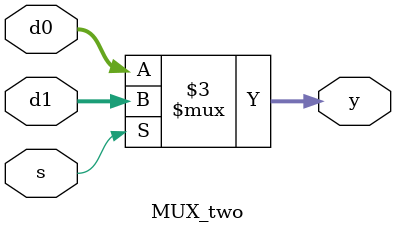
<source format=sv>
module MUX_two //from lecture
					#(parameter width = 16)
					(input  logic [width-1:0] d0, d1,
					 input  logic s,
					 output logic [width-1:0] y);
					
					always_comb begin
						if(s)
								y = d1;
						else 
								y = d0;
					end
endmodule 
</source>
